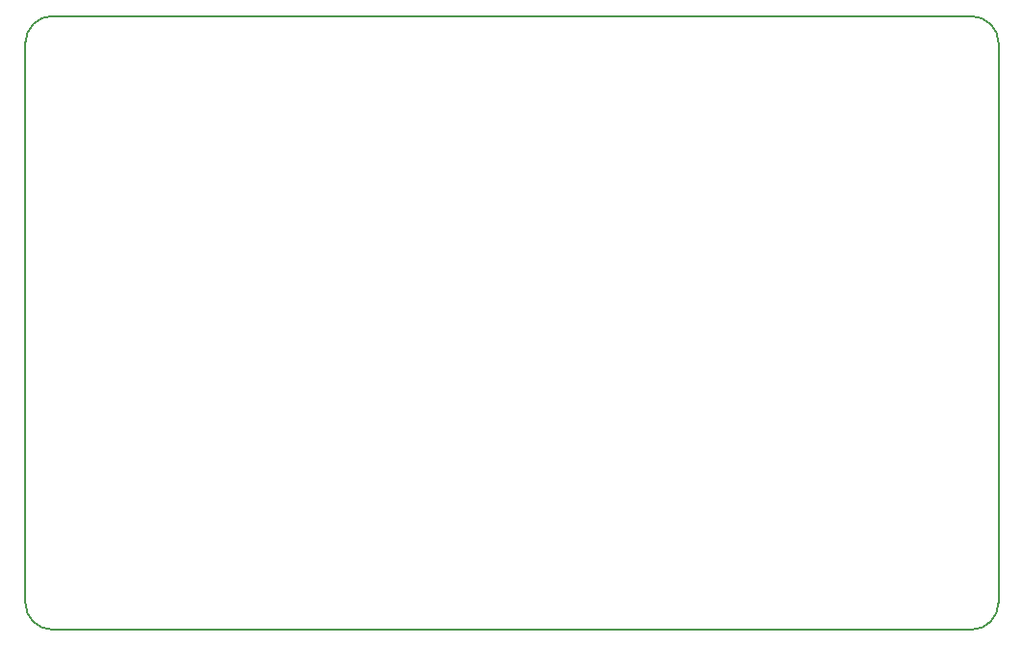
<source format=gbr>
%TF.GenerationSoftware,KiCad,Pcbnew,4.0.2+dfsg1-stable*%
%TF.CreationDate,2018-07-14T12:02:58+02:00*%
%TF.ProjectId,carte_7816,63617274655F373831362E6B69636164,rev?*%
%TF.FileFunction,Profile,NP*%
%FSLAX46Y46*%
G04 Gerber Fmt 4.6, Leading zero omitted, Abs format (unit mm)*
G04 Created by KiCad (PCBNEW 4.0.2+dfsg1-stable) date sam. 14 juil. 2018 12:02:58 CEST*
%MOMM*%
G01*
G04 APERTURE LIST*
%ADD10C,0.150000*%
G04 APERTURE END LIST*
D10*
X85471000Y-2413000D02*
X85471000Y-51562000D01*
X2413000Y-53975000D02*
X83058000Y-53975000D01*
X0Y-2413000D02*
X0Y-51562000D01*
X83058000Y0D02*
X2413000Y0D01*
X83058000Y-53975000D02*
G75*
G03X85471000Y-51562000I0J2413000D01*
G01*
X0Y-51562000D02*
G75*
G03X2413000Y-53975000I2413000J0D01*
G01*
X2413000Y0D02*
G75*
G03X0Y-2413000I0J-2413000D01*
G01*
X85471000Y-2413000D02*
G75*
G03X83058000Y0I-2413000J0D01*
G01*
M02*

</source>
